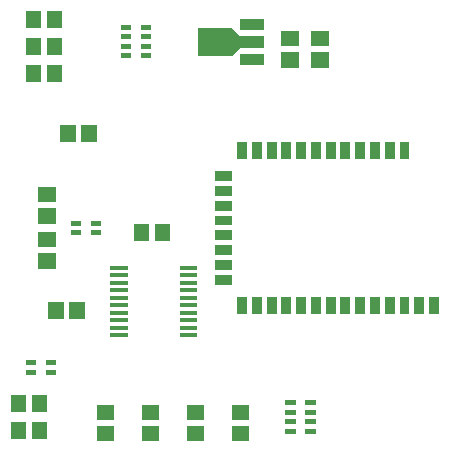
<source format=gbr>
G04 start of page 10 for group -4015 idx -4015 *
G04 Title: (unknown), toppaste *
G04 Creator: pcb 20140316 *
G04 CreationDate: Sun 13 Sep 2020 05:48:37 PM GMT UTC *
G04 For: railfan *
G04 Format: Gerber/RS-274X *
G04 PCB-Dimensions (mil): 2000.00 1500.00 *
G04 PCB-Coordinate-Origin: lower left *
%MOIN*%
%FSLAX25Y25*%
%LNTOPPASTE*%
%ADD68R,0.0330X0.0330*%
%ADD67R,0.0130X0.0130*%
%ADD66R,0.0167X0.0167*%
%ADD65C,0.0001*%
%ADD64R,0.0945X0.0945*%
%ADD63R,0.0378X0.0378*%
%ADD62R,0.0512X0.0512*%
G54D62*X155521Y138086D02*X156307D01*
X155521Y131000D02*X156307D01*
X145607Y138043D02*X146393D01*
X145607Y130957D02*X146393D01*
X71957Y106893D02*Y106107D01*
X79043Y106893D02*Y106107D01*
G54D63*X131311Y131094D02*X135405D01*
X123595Y137000D02*X135405D01*
G54D64*X119971D02*X121861D01*
G54D65*G36*
X125166Y133695D02*X128006Y136535D01*
X129426Y135115D01*
X126586Y132275D01*
X125166Y133695D01*
G37*
G36*
X126586Y141725D02*X129426Y138885D01*
X128006Y137465D01*
X125166Y140305D01*
X126586Y141725D01*
G37*
G54D63*X131311Y142906D02*X135405D01*
G54D66*X90369Y141799D02*X92239D01*
X90369Y138650D02*X92239D01*
X90369Y135500D02*X92239D01*
X90369Y132351D02*X92239D01*
X97065D02*X98935D01*
X97065Y135500D02*X98935D01*
X97065Y138650D02*X98935D01*
X97065Y141799D02*X98935D01*
G54D62*X60457Y135893D02*Y135107D01*
X67543Y135893D02*Y135107D01*
X60457Y126893D02*Y126107D01*
X67543Y126893D02*Y126107D01*
X60457Y144893D02*Y144107D01*
X67543Y144893D02*Y144107D01*
X64521Y79000D02*X65307D01*
X64521Y86086D02*X65307D01*
X64607Y71043D02*X65393D01*
X64607Y63957D02*X65393D01*
G54D66*X73717Y76575D02*X75587D01*
X73717Y73425D02*X75587D01*
X80413D02*X82283D01*
X80413Y76575D02*X82283D01*
G54D62*X129107Y13543D02*X129893D01*
X129107Y6457D02*X129893D01*
X55457Y7893D02*Y7107D01*
X62543Y7893D02*Y7107D01*
X55500Y16893D02*Y16107D01*
X62586Y16893D02*Y16107D01*
X114107Y13543D02*X114893D01*
X114107Y6457D02*X114893D01*
X99107Y13543D02*X99893D01*
X99107Y6457D02*X99893D01*
X84107Y13543D02*X84893D01*
X84107Y6457D02*X84893D01*
X96457Y73893D02*Y73107D01*
X103543Y73893D02*Y73107D01*
G54D67*X109811Y39250D02*X114417D01*
X109811Y41750D02*X114417D01*
X109811Y44250D02*X114417D01*
X109811Y46750D02*X114417D01*
X109811Y49250D02*X114417D01*
X109811Y51750D02*X114417D01*
X109811Y54250D02*X114417D01*
X109811Y56750D02*X114417D01*
X109811Y59250D02*X114417D01*
X109811Y61750D02*X114417D01*
X86583D02*X91189D01*
X86583Y59250D02*X91189D01*
X86583Y56750D02*X91189D01*
X86583Y54250D02*X91189D01*
X86583Y51750D02*X91189D01*
X86583Y49250D02*X91189D01*
X86583Y46750D02*X91189D01*
X86583Y44250D02*X91189D01*
X86583Y41750D02*X91189D01*
X86583Y39250D02*X91189D01*
G54D62*X67957Y47893D02*Y47107D01*
X75043Y47893D02*Y47107D01*
G54D66*X65413Y26925D02*X67283D01*
X65413Y30075D02*X67283D01*
X58717D02*X60587D01*
X58717Y26925D02*X60587D01*
G54D68*X184146Y102000D02*Y99598D01*
X179224Y102000D02*Y99598D01*
X174303Y102000D02*Y99598D01*
X169382Y102000D02*Y99598D01*
X164461Y102000D02*Y99598D01*
X159539Y102000D02*Y99598D01*
X154618Y102000D02*Y99598D01*
X149697Y102000D02*Y99598D01*
X144776Y102000D02*Y99598D01*
X139854Y102000D02*Y99598D01*
X134933Y102000D02*Y99598D01*
X130012Y102000D02*Y99598D01*
X122752Y92224D02*X125150D01*
X122752Y87303D02*X125150D01*
X122752Y82382D02*X125150D01*
X122752Y77461D02*X125150D01*
X122752Y72539D02*X125150D01*
X122752Y67618D02*X125150D01*
X122752Y62697D02*X125150D01*
X122752Y57776D02*X125150D01*
X130012Y50402D02*Y48000D01*
X134933Y50402D02*Y48000D01*
X139854Y50402D02*Y48000D01*
X144776Y50402D02*Y48000D01*
X149697Y50402D02*Y48000D01*
X154618Y50402D02*Y48000D01*
X159539Y50402D02*Y48000D01*
X164461Y50402D02*Y48000D01*
X169382Y50402D02*Y48000D01*
X174303Y50402D02*Y48000D01*
X179224Y50402D02*Y48000D01*
X184146Y50402D02*Y48000D01*
X189067Y50402D02*Y48000D01*
X193988Y50402D02*Y48000D01*
G54D66*X145217Y16724D02*X147087D01*
X145217Y13575D02*X147087D01*
X145217Y10425D02*X147087D01*
X145217Y7276D02*X147087D01*
X151913D02*X153783D01*
X151913Y10425D02*X153783D01*
X151913Y13575D02*X153783D01*
X151913Y16724D02*X153783D01*
M02*

</source>
